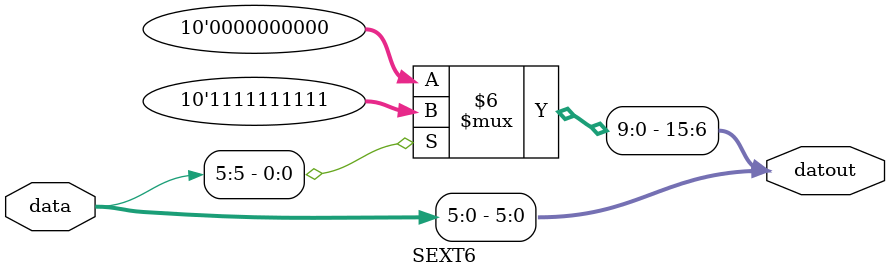
<source format=sv>
module SEXT6(
  input [5:0] data,
  output reg [15:0] datout
);
  
  always @(data) begin
    if(data[5] == 1'b1)begin
      datout = 16'b1111111111111111;
      datout[5:0] = data[5:0];     
    end else begin
      datout[5:0] = data[5:0];
      datout[15:6] = 10'b0;
   	 end
  end
endmodule
</source>
